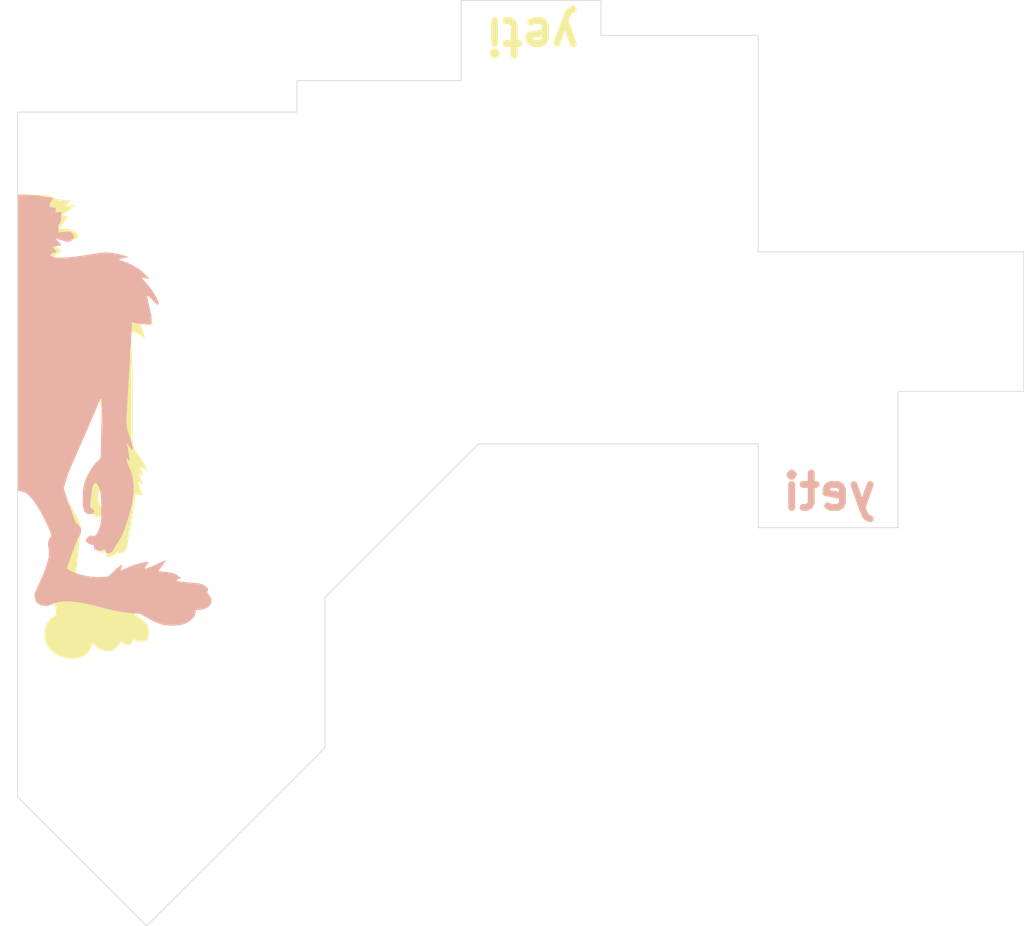
<source format=kicad_pcb>
(kicad_pcb (version 20221018) (generator pcbnew)
  (layers (0 "F.Cu" signal) (31 "B.Cu" signal) (34 "B.Paste" user) (35 "F.Paste" user) (36 "B.SilkS" user "B.Silkscreen") (37 "F.SilkS" user "F.Silkscreen") (38 "B.Mask" user) (39 "F.Mask" user) (44 "Edge.Cuts" user))
  (net 0 "")
  (footprint "art:yeti_split_right" (layer "F.Cu") (at 80.772 91.44)
    (fp_text reference "G***" hide)
    (fp_text value "LOGO" hide)
  )
  (footprint "MountingHole:MountingHole_2.2mm_M2_ISO7380" (layer "F.Cu") (at 96.52 131.826)
    (fp_text reference "REF**" hide)
    (fp_text value "MountingHole_2.2mm_M2_ISO7380" hide)
    (pad "" np_thru_hole circle (at 0 0) (size 2.2 2.2) (drill 2.2) (layers "F&B.Cu" "*.Mask"))
  )
  (footprint "MountingHole:MountingHole_2.2mm_M2_ISO7380" (layer "F.Cu") (at 124.46 60.706)
    (fp_text reference "REF**" hide)
    (fp_text value "MountingHole_2.2mm_M2_ISO7380" hide)
    (pad "" np_thru_hole circle (at 0 0) (size 2.2 2.2) (drill 2.2) (layers "F&B.Cu" "*.Mask"))
  )
  (footprint "MountingHole:MountingHole_2.2mm_M2_ISO7380" (layer "F.Cu") (at 145.796 86.36)
    (fp_text reference "REF**" hide)
    (fp_text value "MountingHole_2.2mm_M2_ISO7380" hide)
    (pad "" np_thru_hole circle (at 0 0) (size 2.2 2.2) (drill 2.2) (layers "F&B.Cu" "*.Mask"))
  )
  (footprint "art:yeti_split_left" (layer "F.Cu") (at 83.1596 91.44)
    (fp_text reference "G***" hide)
    (fp_text value "LOGO" hide)
  )
  (footprint "MountingHole:MountingHole_2.2mm_M2_ISO7380" (layer "F.Cu") (at 169.164 57.15)
    (fp_text reference "REF**" hide)
    (fp_text value "MountingHole_2.2mm_M2_ISO7380" hide)
    (pad "" np_thru_hole circle (at 0 0) (size 2.2 2.2) (drill 2.2) (layers "F&B.Cu" "*.Mask"))
  )
  (footprint "MountingHole:MountingHole_2.2mm_M2_ISO7380" (layer "F.Cu") (at 189.992 74.676)
    (fp_text reference "REF**" hide)
    (fp_text value "MountingHole_2.2mm_M2_ISO7380" hide)
    (pad "" np_thru_hole circle (at 0 0) (size 2.2 2.2) (drill 2.2) (layers "F&B.Cu" "*.Mask"))
  )
  (gr_line (start 167.894 30.988) (end 147.574 30.988) (stroke (width 0.1)) (layer "Edge.Cuts"))
  (gr_line (start 190.754 95.504) (end 190.754 107.696) (stroke (width 0.1)) (layer "Edge.Cuts"))
  (gr_line (start 147.574 30.988) (end 147.574 42.672) (stroke (width 0.1)) (layer "Edge.Cuts"))
  (gr_line (start 127.762 139.7) (end 127.762 117.856) (stroke (width 0.1)) (layer "Edge.Cuts"))
  (gr_line (start 147.574 42.672) (end 123.698 42.672) (stroke (width 0.1)) (layer "Edge.Cuts"))
  (gr_line (start 83.058 47.244) (end 83.058 146.812) (stroke (width 0.1)) (layer "Edge.Cuts"))
  (gr_line (start 123.698 42.672) (end 123.698 47.244) (stroke (width 0.1)) (layer "Edge.Cuts"))
  (gr_line (start 190.754 107.696) (end 211.074 107.696) (stroke (width 0.1)) (layer "Edge.Cuts"))
  (gr_line (start 229.362 87.884) (end 211.074 87.884) (stroke (width 0.1)) (layer "Edge.Cuts"))
  (gr_line (start 229.362 87.884) (end 229.362 67.564) (stroke (width 0.1)) (layer "Edge.Cuts"))
  (gr_line (start 123.698 47.244) (end 83.058 47.244) (stroke (width 0.1)) (layer "Edge.Cuts"))
  (gr_line (start 101.854 165.608) (end 127.762 139.7) (stroke (width 0.1)) (layer "Edge.Cuts"))
  (gr_line (start 127.762 117.856) (end 150.114 95.504) (stroke (width 0.1)) (layer "Edge.Cuts"))
  (gr_line (start 83.058 146.812) (end 101.854 165.608) (stroke (width 0.1)) (layer "Edge.Cuts"))
  (gr_line (start 229.362 67.564) (end 190.754 67.564) (stroke (width 0.1)) (layer "Edge.Cuts"))
  (gr_line (start 150.114 95.504) (end 190.754 95.504) (stroke (width 0.1)) (layer "Edge.Cuts"))
  (gr_line (start 167.894 30.988) (end 167.894 36.068) (stroke (width 0.1)) (layer "Edge.Cuts"))
  (gr_line (start 190.754 67.564) (end 190.754 36.068) (stroke (width 0.1)) (layer "Edge.Cuts"))
  (gr_line (start 190.754 36.068) (end 167.894 36.068) (stroke (width 0.1)) (layer "Edge.Cuts"))
  (gr_line (start 211.074 87.884) (end 211.074 107.696) (stroke (width 0.1)) (layer "Edge.Cuts"))
  (gr_text "yeti" (at 208.407 105.41) (layer "B.SilkS") (effects (font (size 5 5) (thickness 1) bold) (justify left bottom mirror)))
  (gr_text "yeti" (at 165.227 33.274 180) (layer "F.SilkS") (effects (font (size 5 5) (thickness 1) bold) (justify left bottom)))
)
</source>
